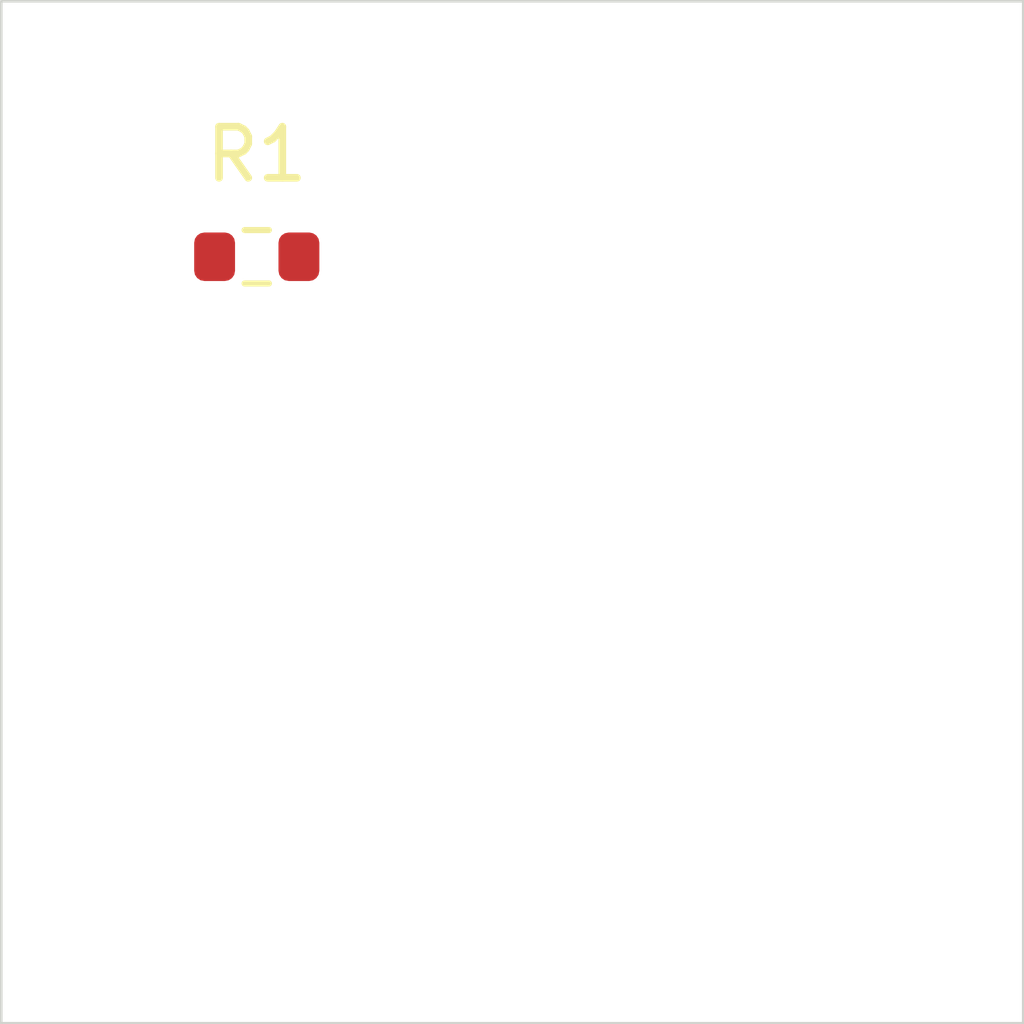
<source format=kicad_pcb>
(kicad_pcb (version 20241229) (generator "pcbnew") (generator_version "9.0")
  (layers (0 "F.Cu" signal) (2 "B.Cu" signal) (13 "F.Paste" user) (15 "B.Paste" user) (5 "F.SilkS" user "F.Silkscreen") (7 "B.SilkS" user "B.Silkscreen") (1 "F.Mask" user) (3 "B.Mask" user) (25 "Edge.Cuts" user))
  (net 0 "")
  (footprint "Resistor_SMD:R_0603_1608Metric" (layer "F.Cu") (at 5.0 5.0)
    (property "Reference" "R1" (at 0 -2 0) (layer "F.SilkS") (effects (font (size 1.0 1.0))))
    (property "Value" "10k")
    (fp_line (start -0.237258 -0.5225) (end 0.237258 -0.5225) (stroke (width 0.12)) (layer "F.SilkS"))
    (fp_line (start -0.237258 0.5225) (end 0.237258 0.5225) (stroke (width 0.12)) (layer "F.SilkS"))
    (pad "1" smd roundrect (at -0.825 0.0) (size 0.8 0.95) (layers "F.Cu" "F.Mask" "F.Paste"))
    (pad "2" smd roundrect (at 0.825 0.0) (size 0.8 0.95) (layers "F.Cu" "F.Mask" "F.Paste"))
  )
  (gr_rect (start 0 0) (end 20.0 20.0) (stroke (width 0.05)) (fill no) (layer "Edge.Cuts"))
)
</source>
